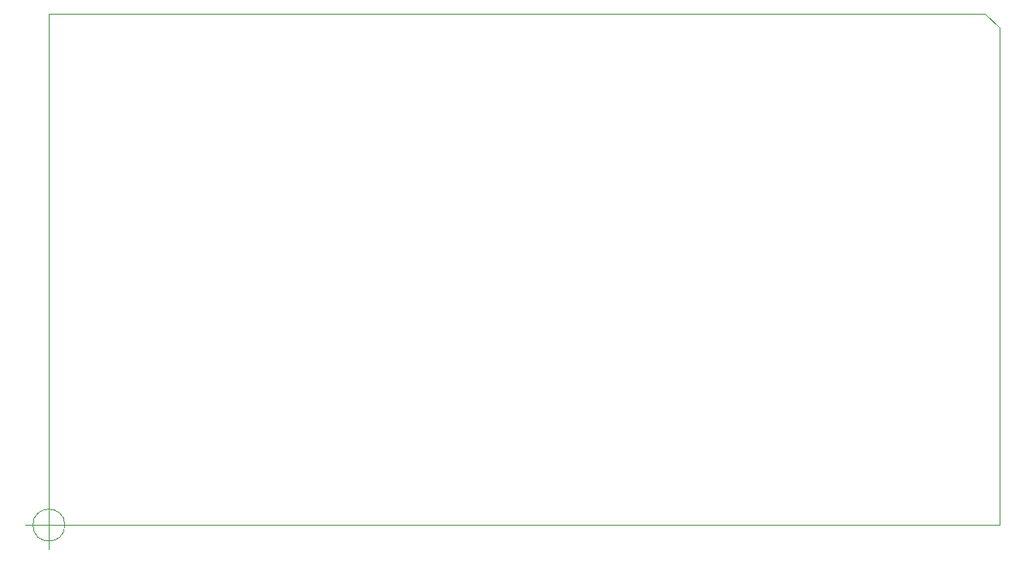
<source format=gm1>
G04 #@! TF.FileFunction,Profile,NP*
%FSLAX46Y46*%
G04 Gerber Fmt 4.6, Leading zero omitted, Abs format (unit mm)*
G04 Created by KiCad (PCBNEW 4.0.7-e2-6376~58~ubuntu16.04.1) date Wed Aug 22 23:11:09 2018*
%MOMM*%
%LPD*%
G01*
G04 APERTURE LIST*
%ADD10C,0.100000*%
G04 APERTURE END LIST*
D10*
X90940000Y-60270000D02*
X90960000Y-60270000D01*
X90940000Y-113580000D02*
X90940000Y-60270000D01*
X189970000Y-113580000D02*
X90940000Y-113580000D01*
X189970000Y-113560000D02*
X189970000Y-113580000D01*
X189970000Y-113550000D02*
X189970000Y-113560000D01*
X189970000Y-113540000D02*
X189970000Y-113550000D01*
X189970000Y-113530000D02*
X189970000Y-113540000D01*
X189970000Y-61790000D02*
X189970000Y-113530000D01*
X189960000Y-61780000D02*
X189970000Y-61790000D01*
X189950000Y-61770000D02*
X189960000Y-61780000D01*
X188450000Y-60270000D02*
X189950000Y-61770000D01*
X188440000Y-60270000D02*
X188450000Y-60270000D01*
X188430000Y-60270000D02*
X188440000Y-60270000D01*
X188420000Y-60270000D02*
X188430000Y-60270000D01*
X90970000Y-60270000D02*
X188420000Y-60270000D01*
X90940000Y-113580000D02*
X90940000Y-113600000D01*
X92606666Y-113580000D02*
G75*
G03X92606666Y-113580000I-1666666J0D01*
G01*
X88440000Y-113580000D02*
X93440000Y-113580000D01*
X90940000Y-111080000D02*
X90940000Y-116080000D01*
M02*

</source>
